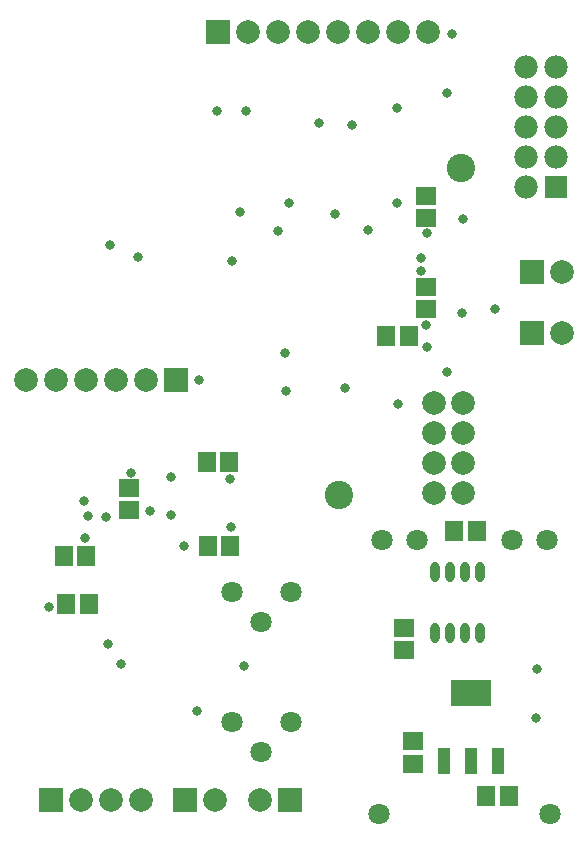
<source format=gbs>
%FSLAX25Y25*%
%MOIN*%
G70*
G01*
G75*
G04 Layer_Color=16711935*
%ADD10O,0.02756X0.09843*%
%ADD11R,0.05118X0.05906*%
%ADD12R,0.05906X0.05118*%
%ADD13R,0.05118X0.06299*%
%ADD14R,0.05906X0.01063*%
%ADD15R,0.01063X0.05906*%
%ADD16O,0.05906X0.02362*%
%ADD17O,0.02362X0.05906*%
%ADD18C,0.04000*%
%ADD19C,0.01000*%
%ADD20C,0.02000*%
%ADD21C,0.03000*%
%ADD22C,0.06299*%
%ADD23R,0.07000X0.07000*%
%ADD24C,0.07000*%
%ADD25C,0.07087*%
%ADD26R,0.07087X0.07087*%
%ADD27C,0.08661*%
%ADD28C,0.02400*%
%ADD29R,0.12598X0.08268*%
%ADD30R,0.03543X0.08268*%
%ADD31C,0.01500*%
%ADD32C,0.00984*%
%ADD33C,0.02362*%
%ADD34C,0.00787*%
%ADD35C,0.00500*%
%ADD36C,0.00055*%
%ADD37C,0.00073*%
%ADD38C,0.00614*%
%ADD39C,0.00400*%
%ADD40O,0.03556X0.10642*%
%ADD41R,0.05918X0.06706*%
%ADD42R,0.06706X0.05918*%
%ADD43R,0.05918X0.07099*%
%ADD44R,0.06706X0.01863*%
%ADD45R,0.01863X0.06706*%
%ADD46O,0.06706X0.03162*%
%ADD47O,0.03162X0.06706*%
%ADD48C,0.07099*%
%ADD49R,0.07800X0.07800*%
%ADD50C,0.07800*%
%ADD51C,0.07887*%
%ADD52R,0.07887X0.07887*%
%ADD53C,0.09461*%
%ADD54C,0.03200*%
%ADD55R,0.13398X0.09068*%
%ADD56R,0.04343X0.09068*%
D41*
X149311Y101378D02*
D03*
X156791D02*
D03*
X160039Y12992D02*
D03*
X167520D02*
D03*
X19193Y93209D02*
D03*
X26673D02*
D03*
X74311Y124311D02*
D03*
X66831D02*
D03*
X19980Y77067D02*
D03*
X27461D02*
D03*
X67126Y96457D02*
D03*
X74606D02*
D03*
X134055Y166339D02*
D03*
X126575D02*
D03*
D42*
X139862Y213091D02*
D03*
Y205610D02*
D03*
X139764Y175394D02*
D03*
Y182874D02*
D03*
X132677Y69095D02*
D03*
Y61614D02*
D03*
X135433Y31299D02*
D03*
Y23819D02*
D03*
X41043Y115847D02*
D03*
Y108366D02*
D03*
D47*
X157894Y67520D02*
D03*
X152894D02*
D03*
X147894D02*
D03*
X142894D02*
D03*
X157894Y87598D02*
D03*
X152894D02*
D03*
X147894D02*
D03*
X142894D02*
D03*
D48*
X168504Y98524D02*
D03*
X137008D02*
D03*
X125197D02*
D03*
X180315D02*
D03*
X124213Y6988D02*
D03*
X181299D02*
D03*
X75197Y37598D02*
D03*
X94882D02*
D03*
X85039Y27756D02*
D03*
X75197Y80905D02*
D03*
X94882D02*
D03*
X85039Y71063D02*
D03*
D49*
X183071Y216220D02*
D03*
D50*
X173071D02*
D03*
X183071Y226220D02*
D03*
X173071D02*
D03*
X183071Y236221D02*
D03*
X173071D02*
D03*
X183071Y246220D02*
D03*
X173071D02*
D03*
X183071Y256221D02*
D03*
X173071D02*
D03*
D51*
X16496Y151575D02*
D03*
X46496D02*
D03*
X36496D02*
D03*
X26496D02*
D03*
X6496D02*
D03*
X84665Y11713D02*
D03*
X69567D02*
D03*
X24724Y11811D02*
D03*
X34724D02*
D03*
X44724D02*
D03*
X185118Y187795D02*
D03*
X185315Y167323D02*
D03*
X152362Y114173D02*
D03*
Y124173D02*
D03*
Y134173D02*
D03*
Y144173D02*
D03*
X142520Y114173D02*
D03*
Y124173D02*
D03*
Y134173D02*
D03*
Y144173D02*
D03*
X80512Y267717D02*
D03*
X90512D02*
D03*
X100512D02*
D03*
X110512D02*
D03*
X120512D02*
D03*
X130512D02*
D03*
X140512D02*
D03*
D52*
X56496Y151575D02*
D03*
X94665Y11713D02*
D03*
X59567D02*
D03*
X14724Y11811D02*
D03*
X175118Y187795D02*
D03*
X175315Y167323D02*
D03*
X70512Y267717D02*
D03*
D53*
X111024Y113386D02*
D03*
X151575Y222441D02*
D03*
D54*
X162894Y175394D02*
D03*
X54806Y119291D02*
D03*
X27165Y106299D02*
D03*
X146850Y154528D02*
D03*
X33071Y105905D02*
D03*
X25984Y111417D02*
D03*
X148425Y266929D02*
D03*
X70177Y241240D02*
D03*
X80020D02*
D03*
X26378Y99114D02*
D03*
X47835Y108071D02*
D03*
X74508Y118799D02*
D03*
X41437Y120768D02*
D03*
X33760Y63681D02*
D03*
X14370Y75984D02*
D03*
X138189Y188189D02*
D03*
Y192520D02*
D03*
X139764Y170079D02*
D03*
X140059Y200886D02*
D03*
X34547Y196752D02*
D03*
X43898Y192815D02*
D03*
X93307Y148031D02*
D03*
X92716Y160728D02*
D03*
X77854Y207776D02*
D03*
X109646Y207185D02*
D03*
X120571Y201575D02*
D03*
X94193Y210630D02*
D03*
X90453Y201279D02*
D03*
X130610Y143602D02*
D03*
X140157Y162598D02*
D03*
X146850Y247244D02*
D03*
X130315Y242520D02*
D03*
X104331Y237402D02*
D03*
X115354Y236614D02*
D03*
X130315Y210630D02*
D03*
X64173Y151575D02*
D03*
X75197Y191339D02*
D03*
X112992Y149016D02*
D03*
X152362Y205512D02*
D03*
X151969Y174016D02*
D03*
X63583Y41339D02*
D03*
X54724Y106693D02*
D03*
X79134Y56299D02*
D03*
X74803Y102756D02*
D03*
X59055Y96457D02*
D03*
X38189Y57087D02*
D03*
X176575Y39173D02*
D03*
X176870Y55512D02*
D03*
D55*
X154921Y47244D02*
D03*
D56*
X145866Y24803D02*
D03*
X154921D02*
D03*
X163976D02*
D03*
M02*

</source>
